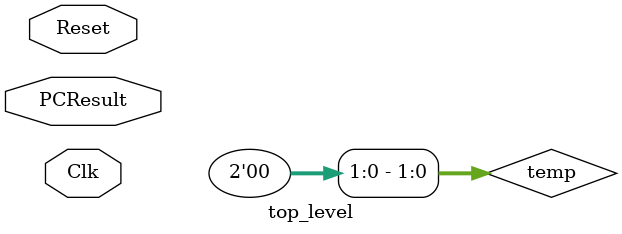
<source format=v>
`timescale 1ns / 1ps


module top_level(Clk, Reset, PCResult);

input Clk, Reset; 
//output [31:0] WData;
input [31:0] PCResult;

wire [31:0] instruction;
wire [31:0] PCAddResult, PCSrcOutput;
wire [31:0] PCAddResultDecode, instructionDecode;

///////////////////
wire PCSrc;
wire RegWrite, ALUSrc, RegDst, MemWrite, MemRead, Branch, MemToReg, Jump, Jr, Jal, ALUControl; 
wire [31:0] WriteRegister, WriteDataReg, ReadData1, ReadData2, signExtend, WritebackOutput; 

///////////////////
wire [31:0] temp;
wire temp1, temp2;


wire [31:0] PCAddResultExecute, ReadData1Execute, ReadData2Execute, SignExtExecute;
wire [4:0] RegDst1Execute, RegDst2Execute;
wire RegWriteExecute, ALUSrcExecute, RegDstExecute, MemWriteExecute, MemReadExecute, BranchExecute, MemToRegExecute, JumpExecute, ALUControlExecute, JrExecute, JalExecute;
wire [31:0] ALUSrcOutput, regDstOutput;

wire [31:0] ALUResult, BranchPCExecute;
wire Zero;
//////////////////////////////////
wire RegWriteMemory, MemWriteMemory, MemReadMemory, BranchMemory, MemToRegMemory, JumpMemory, JrMemory, JalMemory, BranchPCMemory;
wire [31:0] PCAdder_SignExtensionMemory, ALUResultMemory, ReadData2Memory, RdMemory;
wire ZeroMemory;

wire RegWriteWrite, MemToRegWrite, JalWrite;
wire [31:0] ReadData, MemReadDataWrite, ALUResultWrite, BranchPCWrite;
wire [4:0] RegRdWrite;


//Branch PC may be fucked and needs to be checked
//Branch vs BranchPC???
//Double check I pass through ALUControl, and RD Mux values through as 5 bits and not signals.
//DATAMEN_TO_WRITEBACK MISSING CONTROL SIGNALS
//Check any signal that should be 5 bits
//RegDstOutput should be 5 bits



Mux32Bit2To1 PCountSrc(PCSrcOutput, PCAdder_SignExtensionMemory, PCAddResult, PCSrc); 

ProgramCounter Pcount(PCSrcOutput, PCResult, Reset, Clk);

InstructionMemory Imem(PCResult, instruction); //Replaced PCSrcOutput with PCResult

PCAdder adder(PCResult, PCAddResult);


//INSTRUCTION FETCH STAGE / DECODE STAGE
Fetch_To_Decode ftd(PCAddResult, instruction,  PCAddResultDecode, instructionDecode, Clk, Reset);

RegisterFile reggy(instructionDecode[25:21], instructionDecode[20:16], RegRdWrite, WriteDataReg, RegWriteWrite, Clk, ReadData1, ReadData2);

SignExtension signE(instructionDecode[15:0], signExtend);

Controller controlly(instructionDecode, RegWrite, ALUSrc, RegDst, MemWrite, MemRead, Branch, MemToReg, Jump, Jr, Jal, ALUControl);

//DECODE STAGE / EXECUTE STAGE
Decode_To_Execute dte (Clk, Reset, RegWrite, ALUSrc, RegDst, MemWrite, MemRead, Branch, MemToReg, Jump, Jr, Jal, ALUControl, PCAddResult, ReadData1, ReadData2, signExtend, instructionDecode[20:16], instructionDecode[15:11],
PCAddResultExecute, ReadData1Execute, ReadData2Execute, SignExtExecute, RegDst1Execute, RegDst2Execute,RegWriteExecute, ALUSrcExecute, RegDstExecute, MemWriteExecute, MemReadExecute, BranchExecute, MemToRegExecute, JumpExecute, JrExecute, JalExecute, ALUControlExecute);

assign temp = SignExtExecute << 2;
assign PCAdder_SignExtension = temp + PCAddResultExecute;

Mux32Bit2To1 aluSource(ALUSrcOutput, SignExtExecute, ReadData2Execute, ALUSrcExecute); //SignExtOut if 1, ReadData2Out if 0

Mux32Bit2To1 regDest(regDstOutput, RegDst2Execute, RegDst1Execute, RegDstExecute); //RegDst1Out if 0 , RegDst2Out if 1

ALU32Bit alu(ALUControlExecute, ReadData1Execute, ALUSrcOutput, ALUResult, Zero);

assign BranchPCExecute = PCAddResultExecute; //for organizational purposes

//EXECUTE STAGE / DATA MEMORY STAGE
Execute_To_DataMem etdm(Clk, Reset, RegWriteExecute, MemWriteExecute, MemReadExecute, BranchExecute, MemToRegExecute, JumpExecute, JrExecute, JalExecute, Zero, ReadData2Execute, ALUResult, PCAdder_SignExtension, BranchPCExecute, regDstOutput, 
RegWriteMemory, MemWriteMemory, MemReadMemory, BranchMemory, MemToRegMemory, JumpMemory, JrMemory, JalMemory, ZeroMemory, ReadData2Memory, ALUResultMemory, PCAdder_SignExtensionMemory, BranchPCMemory, RdMemory);

assign temp1 = ZeroMemory;
assign temp2 = BranchMemory;

assign PCSrc = temp1 & temp2;
 
DataMemory DataMem(ALUResultMemory, ReadData2Memory, Clk, MemWriteMemory, MemReadMemory, ReadData); 

//DATA MEMORY STAGE / WRITE BACK STAGE
DataMem_To_WriteBack dmtw(Clk, Reset, PCAddResult, ReadData, ALUResultMemory, RdMemory, BranchPCMemory, RegWriteMemory, MemToRegMemory, JalMemory,
			PCAddResultWrite, MemReadDataWrite, ALUResultWrite, RegRdWrite, BranchPCWrite, RegWriteWrite, MemToRegWrite, JalWrite); 

//PCAddResult being passed in, why?

Mux32Bit2To1 Writeback(WritebackOutput, ALUResultWrite, MemReadDataWrite, MemToRegWrite);

Mux32Bit2To1 LastMux(WriteDataReg, BranchPCWrite, WritebackOutput, JalWrite); 



endmodule

</source>
